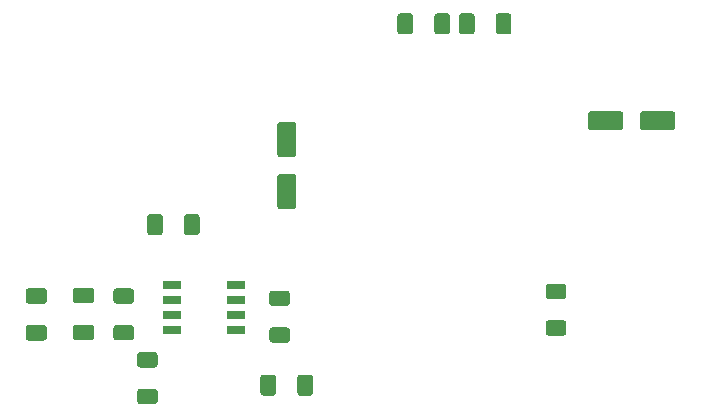
<source format=gtp>
%TF.GenerationSoftware,KiCad,Pcbnew,(5.1.12)-1*%
%TF.CreationDate,2022-08-06T16:25:20+02:00*%
%TF.ProjectId,Konwerter,4b6f6e77-6572-4746-9572-2e6b69636164,rev?*%
%TF.SameCoordinates,Original*%
%TF.FileFunction,Paste,Top*%
%TF.FilePolarity,Positive*%
%FSLAX46Y46*%
G04 Gerber Fmt 4.6, Leading zero omitted, Abs format (unit mm)*
G04 Created by KiCad (PCBNEW (5.1.12)-1) date 2022-08-06 16:25:20*
%MOMM*%
%LPD*%
G01*
G04 APERTURE LIST*
%ADD10R,1.525000X0.650000*%
G04 APERTURE END LIST*
G36*
G01*
X116425001Y-99700000D02*
X115174999Y-99700000D01*
G75*
G02*
X114925000Y-99450001I0J249999D01*
G01*
X114925000Y-98649999D01*
G75*
G02*
X115174999Y-98400000I249999J0D01*
G01*
X116425001Y-98400000D01*
G75*
G02*
X116675000Y-98649999I0J-249999D01*
G01*
X116675000Y-99450001D01*
G75*
G02*
X116425001Y-99700000I-249999J0D01*
G01*
G37*
G36*
G01*
X116425001Y-102800000D02*
X115174999Y-102800000D01*
G75*
G02*
X114925000Y-102550001I0J249999D01*
G01*
X114925000Y-101749999D01*
G75*
G02*
X115174999Y-101500000I249999J0D01*
G01*
X116425001Y-101500000D01*
G75*
G02*
X116675000Y-101749999I0J-249999D01*
G01*
X116675000Y-102550001D01*
G75*
G02*
X116425001Y-102800000I-249999J0D01*
G01*
G37*
G36*
G01*
X103974999Y-106700000D02*
X105225001Y-106700000D01*
G75*
G02*
X105475000Y-106949999I0J-249999D01*
G01*
X105475000Y-107750001D01*
G75*
G02*
X105225001Y-108000000I-249999J0D01*
G01*
X103974999Y-108000000D01*
G75*
G02*
X103725000Y-107750001I0J249999D01*
G01*
X103725000Y-106949999D01*
G75*
G02*
X103974999Y-106700000I249999J0D01*
G01*
G37*
G36*
G01*
X103974999Y-103600000D02*
X105225001Y-103600000D01*
G75*
G02*
X105475000Y-103849999I0J-249999D01*
G01*
X105475000Y-104650001D01*
G75*
G02*
X105225001Y-104900000I-249999J0D01*
G01*
X103974999Y-104900000D01*
G75*
G02*
X103725000Y-104650001I0J249999D01*
G01*
X103725000Y-103849999D01*
G75*
G02*
X103974999Y-103600000I249999J0D01*
G01*
G37*
G36*
G01*
X138574999Y-100900000D02*
X139825001Y-100900000D01*
G75*
G02*
X140075000Y-101149999I0J-249999D01*
G01*
X140075000Y-101950001D01*
G75*
G02*
X139825001Y-102200000I-249999J0D01*
G01*
X138574999Y-102200000D01*
G75*
G02*
X138325000Y-101950001I0J249999D01*
G01*
X138325000Y-101149999D01*
G75*
G02*
X138574999Y-100900000I249999J0D01*
G01*
G37*
G36*
G01*
X138574999Y-97800000D02*
X139825001Y-97800000D01*
G75*
G02*
X140075000Y-98049999I0J-249999D01*
G01*
X140075000Y-98850001D01*
G75*
G02*
X139825001Y-99100000I-249999J0D01*
G01*
X138574999Y-99100000D01*
G75*
G02*
X138325000Y-98850001I0J249999D01*
G01*
X138325000Y-98049999D01*
G75*
G02*
X138574999Y-97800000I249999J0D01*
G01*
G37*
G36*
G01*
X101974999Y-101300000D02*
X103225001Y-101300000D01*
G75*
G02*
X103475000Y-101549999I0J-249999D01*
G01*
X103475000Y-102350001D01*
G75*
G02*
X103225001Y-102600000I-249999J0D01*
G01*
X101974999Y-102600000D01*
G75*
G02*
X101725000Y-102350001I0J249999D01*
G01*
X101725000Y-101549999D01*
G75*
G02*
X101974999Y-101300000I249999J0D01*
G01*
G37*
G36*
G01*
X101974999Y-98200000D02*
X103225001Y-98200000D01*
G75*
G02*
X103475000Y-98449999I0J-249999D01*
G01*
X103475000Y-99250001D01*
G75*
G02*
X103225001Y-99500000I-249999J0D01*
G01*
X101974999Y-99500000D01*
G75*
G02*
X101725000Y-99250001I0J249999D01*
G01*
X101725000Y-98449999D01*
G75*
G02*
X101974999Y-98200000I249999J0D01*
G01*
G37*
D10*
X112112000Y-97895000D03*
X112112000Y-99165000D03*
X112112000Y-100435000D03*
X112112000Y-101705000D03*
X106688000Y-101705000D03*
X106688000Y-100435000D03*
X106688000Y-99165000D03*
X106688000Y-97895000D03*
G36*
G01*
X94549998Y-101300000D02*
X95850002Y-101300000D01*
G75*
G02*
X96100000Y-101549998I0J-249998D01*
G01*
X96100000Y-102375002D01*
G75*
G02*
X95850002Y-102625000I-249998J0D01*
G01*
X94549998Y-102625000D01*
G75*
G02*
X94300000Y-102375002I0J249998D01*
G01*
X94300000Y-101549998D01*
G75*
G02*
X94549998Y-101300000I249998J0D01*
G01*
G37*
G36*
G01*
X94549998Y-98175000D02*
X95850002Y-98175000D01*
G75*
G02*
X96100000Y-98424998I0J-249998D01*
G01*
X96100000Y-99250002D01*
G75*
G02*
X95850002Y-99500000I-249998J0D01*
G01*
X94549998Y-99500000D01*
G75*
G02*
X94300000Y-99250002I0J249998D01*
G01*
X94300000Y-98424998D01*
G75*
G02*
X94549998Y-98175000I249998J0D01*
G01*
G37*
G36*
G01*
X105900000Y-92149998D02*
X105900000Y-93450002D01*
G75*
G02*
X105650002Y-93700000I-249998J0D01*
G01*
X104824998Y-93700000D01*
G75*
G02*
X104575000Y-93450002I0J249998D01*
G01*
X104575000Y-92149998D01*
G75*
G02*
X104824998Y-91900000I249998J0D01*
G01*
X105650002Y-91900000D01*
G75*
G02*
X105900000Y-92149998I0J-249998D01*
G01*
G37*
G36*
G01*
X109025000Y-92149998D02*
X109025000Y-93450002D01*
G75*
G02*
X108775002Y-93700000I-249998J0D01*
G01*
X107949998Y-93700000D01*
G75*
G02*
X107700000Y-93450002I0J249998D01*
G01*
X107700000Y-92149998D01*
G75*
G02*
X107949998Y-91900000I249998J0D01*
G01*
X108775002Y-91900000D01*
G75*
G02*
X109025000Y-92149998I0J-249998D01*
G01*
G37*
G36*
G01*
X117300000Y-107050002D02*
X117300000Y-105749998D01*
G75*
G02*
X117549998Y-105500000I249998J0D01*
G01*
X118375002Y-105500000D01*
G75*
G02*
X118625000Y-105749998I0J-249998D01*
G01*
X118625000Y-107050002D01*
G75*
G02*
X118375002Y-107300000I-249998J0D01*
G01*
X117549998Y-107300000D01*
G75*
G02*
X117300000Y-107050002I0J249998D01*
G01*
G37*
G36*
G01*
X114175000Y-107050002D02*
X114175000Y-105749998D01*
G75*
G02*
X114424998Y-105500000I249998J0D01*
G01*
X115250002Y-105500000D01*
G75*
G02*
X115500000Y-105749998I0J-249998D01*
G01*
X115500000Y-107050002D01*
G75*
G02*
X115250002Y-107300000I-249998J0D01*
G01*
X114424998Y-107300000D01*
G75*
G02*
X114175000Y-107050002I0J249998D01*
G01*
G37*
G36*
G01*
X132300000Y-75149998D02*
X132300000Y-76450002D01*
G75*
G02*
X132050002Y-76700000I-249998J0D01*
G01*
X131224998Y-76700000D01*
G75*
G02*
X130975000Y-76450002I0J249998D01*
G01*
X130975000Y-75149998D01*
G75*
G02*
X131224998Y-74900000I249998J0D01*
G01*
X132050002Y-74900000D01*
G75*
G02*
X132300000Y-75149998I0J-249998D01*
G01*
G37*
G36*
G01*
X135425000Y-75149998D02*
X135425000Y-76450002D01*
G75*
G02*
X135175002Y-76700000I-249998J0D01*
G01*
X134349998Y-76700000D01*
G75*
G02*
X134100000Y-76450002I0J249998D01*
G01*
X134100000Y-75149998D01*
G75*
G02*
X134349998Y-74900000I249998J0D01*
G01*
X135175002Y-74900000D01*
G75*
G02*
X135425000Y-75149998I0J-249998D01*
G01*
G37*
G36*
G01*
X116950000Y-87100000D02*
X115850000Y-87100000D01*
G75*
G02*
X115600000Y-86850000I0J250000D01*
G01*
X115600000Y-84350000D01*
G75*
G02*
X115850000Y-84100000I250000J0D01*
G01*
X116950000Y-84100000D01*
G75*
G02*
X117200000Y-84350000I0J-250000D01*
G01*
X117200000Y-86850000D01*
G75*
G02*
X116950000Y-87100000I-250000J0D01*
G01*
G37*
G36*
G01*
X116950000Y-91500000D02*
X115850000Y-91500000D01*
G75*
G02*
X115600000Y-91250000I0J250000D01*
G01*
X115600000Y-88750000D01*
G75*
G02*
X115850000Y-88500000I250000J0D01*
G01*
X116950000Y-88500000D01*
G75*
G02*
X117200000Y-88750000I0J-250000D01*
G01*
X117200000Y-91250000D01*
G75*
G02*
X116950000Y-91500000I-250000J0D01*
G01*
G37*
G36*
G01*
X128900000Y-76450002D02*
X128900000Y-75149998D01*
G75*
G02*
X129149998Y-74900000I249998J0D01*
G01*
X129975002Y-74900000D01*
G75*
G02*
X130225000Y-75149998I0J-249998D01*
G01*
X130225000Y-76450002D01*
G75*
G02*
X129975002Y-76700000I-249998J0D01*
G01*
X129149998Y-76700000D01*
G75*
G02*
X128900000Y-76450002I0J249998D01*
G01*
G37*
G36*
G01*
X125775000Y-76450002D02*
X125775000Y-75149998D01*
G75*
G02*
X126024998Y-74900000I249998J0D01*
G01*
X126850002Y-74900000D01*
G75*
G02*
X127100000Y-75149998I0J-249998D01*
G01*
X127100000Y-76450002D01*
G75*
G02*
X126850002Y-76700000I-249998J0D01*
G01*
X126024998Y-76700000D01*
G75*
G02*
X125775000Y-76450002I0J249998D01*
G01*
G37*
G36*
G01*
X146300000Y-84550000D02*
X146300000Y-83450000D01*
G75*
G02*
X146550000Y-83200000I250000J0D01*
G01*
X149050000Y-83200000D01*
G75*
G02*
X149300000Y-83450000I0J-250000D01*
G01*
X149300000Y-84550000D01*
G75*
G02*
X149050000Y-84800000I-250000J0D01*
G01*
X146550000Y-84800000D01*
G75*
G02*
X146300000Y-84550000I0J250000D01*
G01*
G37*
G36*
G01*
X141900000Y-84550000D02*
X141900000Y-83450000D01*
G75*
G02*
X142150000Y-83200000I250000J0D01*
G01*
X144650000Y-83200000D01*
G75*
G02*
X144900000Y-83450000I0J-250000D01*
G01*
X144900000Y-84550000D01*
G75*
G02*
X144650000Y-84800000I-250000J0D01*
G01*
X142150000Y-84800000D01*
G75*
G02*
X141900000Y-84550000I0J250000D01*
G01*
G37*
G36*
G01*
X98549998Y-101262500D02*
X99850002Y-101262500D01*
G75*
G02*
X100100000Y-101512498I0J-249998D01*
G01*
X100100000Y-102337502D01*
G75*
G02*
X99850002Y-102587500I-249998J0D01*
G01*
X98549998Y-102587500D01*
G75*
G02*
X98300000Y-102337502I0J249998D01*
G01*
X98300000Y-101512498D01*
G75*
G02*
X98549998Y-101262500I249998J0D01*
G01*
G37*
G36*
G01*
X98549998Y-98137500D02*
X99850002Y-98137500D01*
G75*
G02*
X100100000Y-98387498I0J-249998D01*
G01*
X100100000Y-99212502D01*
G75*
G02*
X99850002Y-99462500I-249998J0D01*
G01*
X98549998Y-99462500D01*
G75*
G02*
X98300000Y-99212502I0J249998D01*
G01*
X98300000Y-98387498D01*
G75*
G02*
X98549998Y-98137500I249998J0D01*
G01*
G37*
M02*

</source>
